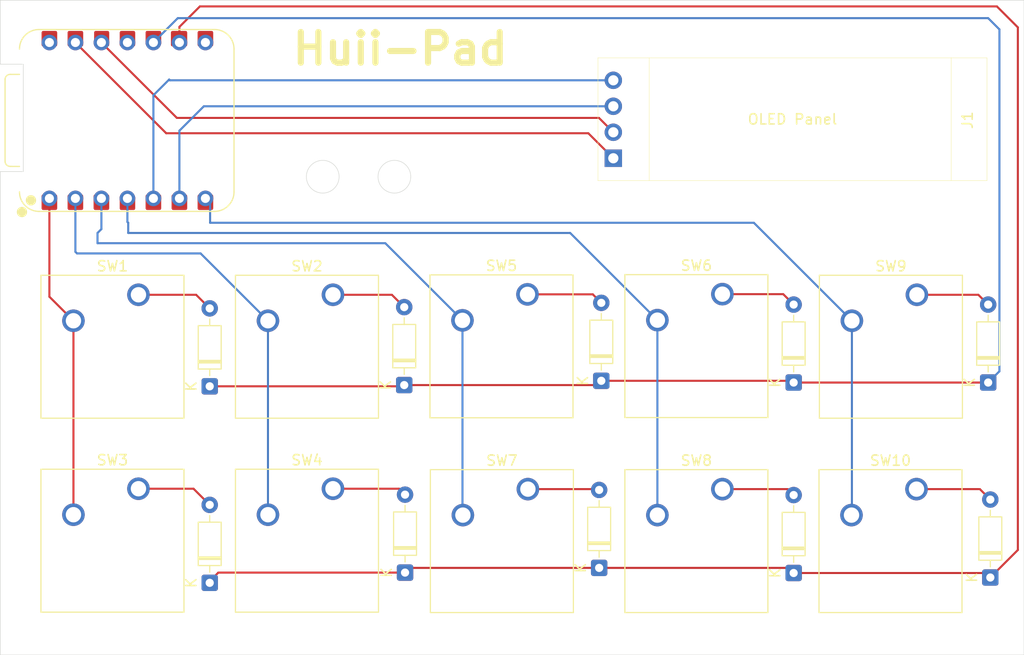
<source format=kicad_pcb>
(kicad_pcb (version 20241229) (generator "pcbnew") (generator_version "9.0")
  (layers (0 "F.Cu" signal) (2 "B.Cu" signal) (13 "F.Paste" user) (15 "B.Paste" user) (5 "F.SilkS" user "F.Silkscreen") (7 "B.SilkS" user "B.Silkscreen") (1 "F.Mask" user) (3 "B.Mask" user) (25 "Edge.Cuts" user))
  (net 0 "")
  (net 1 "GND")
  (net 2 "Net-(D2-A)")
  (net 3 "ROW1")
  (net 4 "Net-(D3-A)")
  (net 5 "Net-(D4-A)")
  (net 6 "ROW2")
  (net 7 "Net-(D5-A)")
  (net 8 "Net-(D6-A)")
  (net 9 "Net-(D7-A)")
  (net 10 "Net-(D8-A)")
  (net 11 "Net-(D9-A)")
  (net 12 "Net-(D10-A)")
  (net 13 "Net-(D11-A)")
  (net 14 "+3V3")
  (net 15 "SDA")
  (net 16 "SCl")
  (net 17 "COL1")
  (net 18 "COL2")
  (net 19 "COL3")
  (net 20 "COL4")
  (net 21 "COL5")
  (net 23 "5V")
  (net 24 "LED")
  (footprint "Button_Switch_Keyboard:SW_Cherry_MX_1.00u_PCB" (layer "F.Cu") (at 100 57)
    (property "Reference" "SW5" (at -2.54 -2.794 0) (layer "F.SilkS"))
    (property "Value" "SW_Push")
    (fp_line (start -9.525 -1.905) (end 4.445 -1.905) (stroke (width 0.12)) (layer "F.SilkS"))
    (fp_line (start -9.525 12.065) (end -9.525 -1.905) (stroke (width 0.12)) (layer "F.SilkS"))
    (fp_line (start 4.445 -1.905) (end 4.445 12.065) (stroke (width 0.12)) (layer "F.SilkS"))
    (fp_line (start 4.445 12.065) (end -9.525 12.065) (stroke (width 0.12)) (layer "F.SilkS"))
    (pad "" np_thru_hole circle (at -7.62 5.08) (size 1.7 1.7) (drill 1.7) (layers "*.Cu" "*.Mask"))
    (pad "" np_thru_hole circle (at -2.54 5.08) (size 4 4) (drill 4) (layers "*.Cu" "*.Mask"))
    (pad "" np_thru_hole circle (at 2.54 5.08) (size 1.7 1.7) (drill 1.7) (layers "*.Cu" "*.Mask"))
    (pad "1" thru_hole circle (at 0 0) (size 2.2 2.2) (drill 1.5) (layers "*.Cu" "*.Mask") (net 8 "Net-(D6-A)"))
    (pad "2" thru_hole circle (at -6.35 2.54) (size 2.2 2.2) (drill 1.5) (layers "*.Cu" "*.Mask") (net 19 "COL3"))
  )
  (footprint "opl:XIAO-RP2040-DIP" (layer "F.Cu") (at 60.92 40 90)
    (property "Reference" "U1" (hide yes))
    (property "Value" "XIAO-RP2040-DIP")
    (fp_line (start -3.991272 -11.951) (end 4.004 -11.951) (stroke (width 0.127)) (layer "F.SilkS"))
    (fp_line (start 4.504 -11.451) (end 4.504 -10.541) (stroke (width 0.127)) (layer "F.SilkS"))
    (fp_line (start -4.495 -10.541) (end -4.491272 -11.451272) (stroke (width 0.127)) (layer "F.SilkS"))
    (fp_line (start 8.89 8.509) (end 8.89 -8.636) (stroke (width 0.127)) (layer "F.SilkS"))
    (fp_line (start -8.89 8.509) (end -8.89 -8.636) (stroke (width 0.127)) (layer "F.SilkS"))
    (fp_line (start -6.985 10.414) (end 6.985 10.414) (stroke (width 0.127)) (layer "F.SilkS"))
    (fp_arc (start 4.004 -11.951) (mid 4.357553 -11.804553) (end 4.504 -11.451) (stroke (width 0.127)) (layer "F.SilkS"))
    (fp_arc (start -4.491272 -11.451272) (mid -4.344728 -11.80464) (end -3.991272 -11.951) (stroke (width 0.127)) (layer "F.SilkS"))
    (fp_arc (start 6.985 -10.541) (mid 8.332038 -9.983038) (end 8.89 -8.636) (stroke (width 0.127)) (layer "F.SilkS"))
    (fp_arc (start -8.89 -8.636) (mid -8.332038 -9.983038) (end -6.985 -10.541) (stroke (width 0.127)) (layer "F.SilkS"))
    (fp_arc (start 8.89 8.509) (mid 8.332038 9.856038) (end 6.985 10.414) (stroke (width 0.127)) (layer "F.SilkS"))
    (fp_arc (start -6.985 10.414) (mid -8.332038 9.856038) (end -8.89 8.509) (stroke (width 0.127)) (layer "F.SilkS"))
    (fp_circle (center -8.95 -10.3) (end -8.95 -10.554) (stroke (width 0.5)) (fill yes) (layer "F.SilkS"))
    (fp_circle (center -7.807 -9.42) (end -7.807 -9.674) (stroke (width 0.5)) (fill yes) (layer "F.SilkS"))
    (pad "1" smd roundrect (at -7.9945 -7.62 270) (size 1.511 1.524) (layers "F.Cu" "F.Mask") (roundrect_rratio 0.1) (net 17 "COL1"))
    (pad "1" thru_hole circle (at -7.62 -7.62 270) (size 1.524 1.524) (drill 0.889) (layers "*.Cu" "*.Mask") (net 17 "COL1"))
    (pad "2" smd roundrect (at -7.9945 -5.08 270) (size 1.511 1.524) (layers "F.Cu" "F.Mask") (roundrect_rratio 0.1) (net 18 "COL2"))
    (pad "2" thru_hole circle (at -7.62 -5.08 270) (size 1.524 1.524) (drill 0.889) (layers "*.Cu" "*.Mask") (net 18 "COL2"))
    (pad "3" smd roundrect (at -7.9945 -2.54 270) (size 1.511 1.524) (layers "F.Cu" "F.Mask") (roundrect_rratio 0.1) (net 19 "COL3"))
    (pad "3" thru_hole circle (at -7.62 -2.54 270) (size 1.524 1.524) (drill 0.889) (layers "*.Cu" "*.Mask") (net 19 "COL3"))
    (pad "4" smd roundrect (at -8.05975 0.006 270) (size 1.3805 1.512) (layers "F.Cu" "F.Mask") (roundrect_rratio 0.1) (net 20 "COL4"))
    (pad "4" thru_hole circle (at -7.62 0 270) (size 1.524 1.524) (drill 0.889) (layers "*.Cu" "*.Mask") (net 20 "COL4"))
    (pad "5" smd roundrect (at -7.9945 2.54 270) (size 1.511 1.524) (layers "F.Cu" "F.Mask") (roundrect_rratio 0.1) (net 15 "SDA"))
    (pad "5" thru_hole circle (at -7.62 2.54 270) (size 1.524 1.524) (drill 0.889) (layers "*.Cu" "*.Mask") (net 15 "SDA"))
    (pad "6" smd roundrect (at -7.9945 5.08 270) (size 1.511 1.524) (layers "F.Cu" "F.Mask") (roundrect_rratio 0.1) (net 16 "SCl"))
    (pad "6" thru_hole circle (at -7.62 5.08 270) (size 1.524 1.524) (drill 0.889) (layers "*.Cu" "*.Mask") (net 16 "SCl"))
    (pad "7" smd roundrect (at -7.9945 7.62 270) (size 1.511 1.524) (layers "F.Cu" "F.Mask") (roundrect_rratio 0.1) (net 21 "COL5"))
    (pad "7" thru_hole circle (at -7.62 7.62 270) (size 1.524 1.524) (drill 0.889) (layers "*.Cu" "*.Mask") (net 21 "COL5"))
    (pad "8" thru_hole circle (at 7.62 7.62 90) (size 1.524 1.524) (drill 0.889) (layers "*.Cu" "*.Mask"))
    (pad "8" smd roundrect (at 7.9945 7.62 90) (size 1.511 1.524) (layers "F.Cu" "F.Mask") (roundrect_rratio 0.1))
    (pad "9" thru_hole circle (at 7.62 5.08 90) (size 1.524 1.524) (drill 0.889) (layers "*.Cu" "*.Mask") (net 6 "ROW2"))
    (pad "9" smd roundrect (at 7.9945 5.046 90) (size 1.511 1.592) (layers "F.Cu" "F.Mask") (roundrect_rratio 0.1) (net 6 "ROW2"))
    (pad "10" thru_hole circle (at 7.62 2.54 90) (size 1.524 1.524) (drill 0.889) (layers "*.Cu" "*.Mask") (net 3 "ROW1"))
    (pad "10" smd roundrect (at 8.05975 2.54 90) (size 1.3805 1.524) (layers "F.Cu" "F.Mask") (roundrect_rratio 0.1) (net 3 "ROW1"))
    (pad "11" thru_hole circle (at 7.62 0 90) (size 1.524 1.524) (drill 0.889) (layers "*.Cu" "*.Mask") (net 24 "LED"))
    (pad "11" smd roundrect (at 7.9945 0.006 90) (size 1.511 1.512) (layers "F.Cu" "F.Mask") (roundrect_rratio 0.1) (net 24 "LED"))
    (pad "12" thru_hole circle (at 7.62 -2.54 90) (size 1.524 1.524) (drill 0.889) (layers "*.Cu" "*.Mask") (net 14 "+3V3"))
    (pad "12" smd roundrect (at 7.9945 -2.514 90) (size 1.511 1.472) (layers "F.Cu" "F.Mask") (roundrect_rratio 0.1) (net 14 "+3V3"))
    (pad "13" thru_hole circle (at 7.62 -5.08 90) (size 1.524 1.524) (drill 0.889) (layers "*.Cu" "*.Mask") (net 1 "GND"))
    (pad "13" smd roundrect (at 7.9945 -5.08 90) (size 1.511 1.524) (layers "F.Cu" "F.Mask") (roundrect_rratio 0.1) (net 1 "GND"))
    (pad "14" thru_hole circle (at 7.62 -7.62 90) (size 1.524 1.524) (drill 0.889) (layers "*.Cu" "*.Mask") (net 23 "5V"))
    (pad "14" smd roundrect (at 7.9945 -7.62 90) (size 1.511 1.524) (layers "F.Cu" "F.Mask") (roundrect_rratio 0.1) (net 23 "5V"))
  )
  (footprint "Diode_THT:D_DO-35_SOD27_P7.62mm_Horizontal" (layer "F.Cu") (at 145.21 84.68 90)
    (property "Reference" "D11" (hide yes))
    (property "Value" "1N4148")
    (fp_line (start 2.53 -1.12) (end 2.53 1.12) (stroke (width 0.12)) (layer "F.SilkS"))
    (fp_line (start 2.41 -1.12) (end 2.41 1.12) (stroke (width 0.12)) (layer "F.SilkS"))
    (fp_line (start 2.29 -1.12) (end 2.29 1.12) (stroke (width 0.12)) (layer "F.SilkS"))
    (fp_line (start 6.58 0) (end 5.93 0) (stroke (width 0.12)) (layer "F.SilkS"))
    (fp_line (start 1.04 0) (end 1.69 0) (stroke (width 0.12)) (layer "F.SilkS"))
    (fp_rect (start 1.69 -1.12) (end 5.93 1.12) (stroke (width 0.12)) (fill no) (layer "F.SilkS"))
    (fp_text user "K" (at 0 -1.8 90) (layer "F.SilkS"))
    (pad "1" thru_hole roundrect (at 0 0 90) (size 1.6 1.6) (drill 0.8) (layers "*.Cu" "*.Mask") (roundrect_rratio 0.15625) (net 6 "ROW2"))
    (pad "2" thru_hole circle (at 7.62 0 90) (size 1.6 1.6) (drill 0.8) (layers "*.Cu" "*.Mask") (net 13 "Net-(D11-A)"))
  )
  (footprint "Diode_THT:D_DO-35_SOD27_P7.62mm_Horizontal" (layer "F.Cu") (at 68.96 65.99 90)
    (property "Reference" "D2" (hide yes))
    (property "Value" "1N4148")
    (fp_line (start 2.53 -1.12) (end 2.53 1.12) (stroke (width 0.12)) (layer "F.SilkS"))
    (fp_line (start 2.41 -1.12) (end 2.41 1.12) (stroke (width 0.12)) (layer "F.SilkS"))
    (fp_line (start 2.29 -1.12) (end 2.29 1.12) (stroke (width 0.12)) (layer "F.SilkS"))
    (fp_line (start 6.58 0) (end 5.93 0) (stroke (width 0.12)) (layer "F.SilkS"))
    (fp_line (start 1.04 0) (end 1.69 0) (stroke (width 0.12)) (layer "F.SilkS"))
    (fp_rect (start 1.69 -1.12) (end 5.93 1.12) (stroke (width 0.12)) (fill no) (layer "F.SilkS"))
    (fp_text user "K" (at 0 -1.8 90) (layer "F.SilkS"))
    (pad "1" thru_hole roundrect (at 0 0 90) (size 1.6 1.6) (drill 0.8) (layers "*.Cu" "*.Mask") (roundrect_rratio 0.15625) (net 3 "ROW1"))
    (pad "2" thru_hole circle (at 7.62 0 90) (size 1.6 1.6) (drill 0.8) (layers "*.Cu" "*.Mask") (net 2 "Net-(D2-A)"))
  )
  (footprint "Button_Switch_Keyboard:SW_Cherry_MX_1.00u_PCB" (layer "F.Cu") (at 62 57.04)
    (property "Reference" "SW1" (at -2.54 -2.794 0) (layer "F.SilkS"))
    (property "Value" "SW_Push")
    (fp_line (start -9.525 -1.905) (end 4.445 -1.905) (stroke (width 0.12)) (layer "F.SilkS"))
    (fp_line (start -9.525 12.065) (end -9.525 -1.905) (stroke (width 0.12)) (layer "F.SilkS"))
    (fp_line (start 4.445 -1.905) (end 4.445 12.065) (stroke (width 0.12)) (layer "F.SilkS"))
    (fp_line (start 4.445 12.065) (end -9.525 12.065) (stroke (width 0.12)) (layer "F.SilkS"))
    (pad "" np_thru_hole circle (at -7.62 5.08) (size 1.7 1.7) (drill 1.7) (layers "*.Cu" "*.Mask"))
    (pad "" np_thru_hole circle (at -2.54 5.08) (size 4 4) (drill 4) (layers "*.Cu" "*.Mask"))
    (pad "" np_thru_hole circle (at 2.54 5.08) (size 1.7 1.7) (drill 1.7) (layers "*.Cu" "*.Mask"))
    (pad "1" thru_hole circle (at 0 0) (size 2.2 2.2) (drill 1.5) (layers "*.Cu" "*.Mask") (net 2 "Net-(D2-A)"))
    (pad "2" thru_hole circle (at -6.35 2.54) (size 2.2 2.2) (drill 1.5) (layers "*.Cu" "*.Mask") (net 17 "COL1"))
  )
  (footprint "oled_ssd1306:SSD1306-0.91-OLED-4pin-128x32" (layer "F.Cu") (at 144.885 45.885 180)
    (property "Reference" "J1" (at 1.9 5.91 90) (layer "F.SilkS"))
    (property "Value" "Conn_01x04_Pin")
    (fp_line (start 38 12) (end 38 0) (stroke (width 0.04)) (layer "F.SilkS"))
    (fp_line (start 38 0) (end 0 0) (stroke (width 0.04)) (layer "F.SilkS"))
    (fp_line (start 33 0) (end 33 12) (stroke (width 0.04)) (layer "F.SilkS"))
    (fp_line (start 3.5 0) (end 3.5 12) (stroke (width 0.04)) (layer "F.SilkS"))
    (fp_line (start 0 12) (end 38 12) (stroke (width 0.04)) (layer "F.SilkS"))
    (fp_line (start 0 0) (end 0 12) (stroke (width 0.04)) (layer "F.SilkS"))
    (fp_text user "OLED Panel" (at 19 6 0) (layer "F.SilkS"))
    (pad "1" thru_hole rect (at 36.5 2.19 180) (size 1.7 1.7) (drill 1) (layers "*.Cu" "*.Mask") (net 1 "GND"))
    (pad "2" thru_hole oval (at 36.5 4.73 180) (size 1.7 1.7) (drill 1) (layers "*.Cu" "*.Mask") (net 14 "+3V3"))
    (pad "3" thru_hole oval (at 36.5 7.27 180) (size 1.7 1.7) (drill 1) (layers "*.Cu" "*.Mask") (net 16 "SCl"))
    (pad "4" thru_hole oval (at 36.5 9.81 180) (size 1.7 1.7) (drill 1) (layers "*.Cu" "*.Mask") (net 15 "SDA"))
  )
  (footprint "Button_Switch_Keyboard:SW_Cherry_MX_1.00u_PCB" (layer "F.Cu") (at 100.04 76.04)
    (property "Reference" "SW7" (at -2.54 -2.794 0) (layer "F.SilkS"))
    (property "Value" "SW_Push")
    (fp_line (start -9.525 -1.905) (end 4.445 -1.905) (stroke (width 0.12)) (layer "F.SilkS"))
    (fp_line (start -9.525 12.065) (end -9.525 -1.905) (stroke (width 0.12)) (layer "F.SilkS"))
    (fp_line (start 4.445 -1.905) (end 4.445 12.065) (stroke (width 0.12)) (layer "F.SilkS"))
    (fp_line (start 4.445 12.065) (end -9.525 12.065) (stroke (width 0.12)) (layer "F.SilkS"))
    (pad "" np_thru_hole circle (at -7.62 5.08) (size 1.7 1.7) (drill 1.7) (layers "*.Cu" "*.Mask"))
    (pad "" np_thru_hole circle (at -2.54 5.08) (size 4 4) (drill 4) (layers "*.Cu" "*.Mask"))
    (pad "" np_thru_hole circle (at 2.54 5.08) (size 1.7 1.7) (drill 1.7) (layers "*.Cu" "*.Mask"))
    (pad "1" thru_hole circle (at 0 0) (size 2.2 2.2) (drill 1.5) (layers "*.Cu" "*.Mask") (net 10 "Net-(D8-A)"))
    (pad "2" thru_hole circle (at -6.35 2.54) (size 2.2 2.2) (drill 1.5) (layers "*.Cu" "*.Mask") (net 19 "COL3"))
  )
  (footprint "Diode_THT:D_DO-35_SOD27_P7.62mm_Horizontal" (layer "F.Cu") (at 126 65.62 90)
    (property "Reference" "D7" (hide yes))
    (property "Value" "1N4148")
    (fp_line (start 2.53 -1.12) (end 2.53 1.12) (stroke (width 0.12)) (layer "F.SilkS"))
    (fp_line (start 2.41 -1.12) (end 2.41 1.12) (stroke (width 0.12)) (layer "F.SilkS"))
    (fp_line (start 2.29 -1.12) (end 2.29 1.12) (stroke (width 0.12)) (layer "F.SilkS"))
    (fp_line (start 6.58 0) (end 5.93 0) (stroke (width 0.12)) (layer "F.SilkS"))
    (fp_line (start 1.04 0) (end 1.69 0) (stroke (width 0.12)) (layer "F.SilkS"))
    (fp_rect (start 1.69 -1.12) (end 5.93 1.12) (stroke (width 0.12)) (fill no) (layer "F.SilkS"))
    (fp_text user "K" (at 0 -1.8 90) (layer "F.SilkS"))
    (pad "1" thru_hole roundrect (at 0 0 90) (size 1.6 1.6) (drill 0.8) (layers "*.Cu" "*.Mask") (roundrect_rratio 0.15625) (net 3 "ROW1"))
    (pad "2" thru_hole circle (at 7.62 0 90) (size 1.6 1.6) (drill 0.8) (layers "*.Cu" "*.Mask") (net 9 "Net-(D7-A)"))
  )
  (footprint "Diode_THT:D_DO-35_SOD27_P7.62mm_Horizontal" (layer "F.Cu") (at 126 84.24 90)
    (property "Reference" "D9" (hide yes))
    (property "Value" "1N4148")
    (fp_line (start 2.53 -1.12) (end 2.53 1.12) (stroke (width 0.12)) (layer "F.SilkS"))
    (fp_line (start 2.41 -1.12) (end 2.41 1.12) (stroke (width 0.12)) (layer "F.SilkS"))
    (fp_line (start 2.29 -1.12) (end 2.29 1.12) (stroke (width 0.12)) (layer "F.SilkS"))
    (fp_line (start 6.58 0) (end 5.93 0) (stroke (width 0.12)) (layer "F.SilkS"))
    (fp_line (start 1.04 0) (end 1.69 0) (stroke (width 0.12)) (layer "F.SilkS"))
    (fp_rect (start 1.69 -1.12) (end 5.93 1.12) (stroke (width 0.12)) (fill no) (layer "F.SilkS"))
    (fp_text user "K" (at 0 -1.8 90) (layer "F.SilkS"))
    (pad "1" thru_hole roundrect (at 0 0 90) (size 1.6 1.6) (drill 0.8) (layers "*.Cu" "*.Mask") (roundrect_rratio 0.15625) (net 6 "ROW2"))
    (pad "2" thru_hole circle (at 7.62 0 90) (size 1.6 1.6) (drill 0.8) (layers "*.Cu" "*.Mask") (net 11 "Net-(D9-A)"))
  )
  (footprint "Button_Switch_Keyboard:SW_Cherry_MX_1.00u_PCB" (layer "F.Cu") (at 81 57.04)
    (property "Reference" "SW2" (at -2.54 -2.794 0) (layer "F.SilkS"))
    (property "Value" "SW_Push")
    (fp_line (start -9.525 -1.905) (end 4.445 -1.905) (stroke (width 0.12)) (layer "F.SilkS"))
    (fp_line (start -9.525 12.065) (end -9.525 -1.905) (stroke (width 0.12)) (layer "F.SilkS"))
    (fp_line (start 4.445 -1.905) (end 4.445 12.065) (stroke (width 0.12)) (layer "F.SilkS"))
    (fp_line (start 4.445 12.065) (end -9.525 12.065) (stroke (width 0.12)) (layer "F.SilkS"))
    (pad "" np_thru_hole circle (at -7.62 5.08) (size 1.7 1.7) (drill 1.7) (layers "*.Cu" "*.Mask"))
    (pad "" np_thru_hole circle (at -2.54 5.08) (size 4 4) (drill 4) (layers "*.Cu" "*.Mask"))
    (pad "" np_thru_hole circle (at 2.54 5.08) (size 1.7 1.7) (drill 1.7) (layers "*.Cu" "*.Mask"))
    (pad "1" thru_hole circle (at 0 0) (size 2.2 2.2) (drill 1.5) (layers "*.Cu" "*.Mask") (net 4 "Net-(D3-A)"))
    (pad "2" thru_hole circle (at -6.35 2.54) (size 2.2 2.2) (drill 1.5) (layers "*.Cu" "*.Mask") (net 18 "COL2"))
  )
  (footprint "Button_Switch_Keyboard:SW_Cherry_MX_1.00u_PCB" (layer "F.Cu") (at 138.04 57.04)
    (property "Reference" "SW9" (at -2.54 -2.794 0) (layer "F.SilkS"))
    (property "Value" "SW_Push")
    (fp_line (start -9.525 -1.905) (end 4.445 -1.905) (stroke (width 0.12)) (layer "F.SilkS"))
    (fp_line (start -9.525 12.065) (end -9.525 -1.905) (stroke (width 0.12)) (layer "F.SilkS"))
    (fp_line (start 4.445 -1.905) (end 4.445 12.065) (stroke (width 0.12)) (layer "F.SilkS"))
    (fp_line (start 4.445 12.065) (end -9.525 12.065) (stroke (width 0.12)) (layer "F.SilkS"))
    (pad "" np_thru_hole circle (at -7.62 5.08) (size 1.7 1.7) (drill 1.7) (layers "*.Cu" "*.Mask"))
    (pad "" np_thru_hole circle (at -2.54 5.08) (size 4 4) (drill 4) (layers "*.Cu" "*.Mask"))
    (pad "" np_thru_hole circle (at 2.54 5.08) (size 1.7 1.7) (drill 1.7) (layers "*.Cu" "*.Mask"))
    (pad "1" thru_hole circle (at 0 0) (size 2.2 2.2) (drill 1.5) (layers "*.Cu" "*.Mask") (net 12 "Net-(D10-A)"))
    (pad "2" thru_hole circle (at -6.35 2.54) (size 2.2 2.2) (drill 1.5) (layers "*.Cu" "*.Mask") (net 21 "COL5"))
  )
  (footprint "Button_Switch_Keyboard:SW_Cherry_MX_1.00u_PCB" (layer "F.Cu") (at 81 76)
    (property "Reference" "SW4" (at -2.54 -2.794 0) (layer "F.SilkS"))
    (property "Value" "SW_Push")
    (fp_line (start -9.525 -1.905) (end 4.445 -1.905) (stroke (width 0.12)) (layer "F.SilkS"))
    (fp_line (start -9.525 12.065) (end -9.525 -1.905) (stroke (width 0.12)) (layer "F.SilkS"))
    (fp_line (start 4.445 -1.905) (end 4.445 12.065) (stroke (width 0.12)) (layer "F.SilkS"))
    (fp_line (start 4.445 12.065) (end -9.525 12.065) (stroke (width 0.12)) (layer "F.SilkS"))
    (pad "" np_thru_hole circle (at -7.62 5.08) (size 1.7 1.7) (drill 1.7) (layers "*.Cu" "*.Mask"))
    (pad "" np_thru_hole circle (at -2.54 5.08) (size 4 4) (drill 4) (layers "*.Cu" "*.Mask"))
    (pad "" np_thru_hole circle (at 2.54 5.08) (size 1.7 1.7) (drill 1.7) (layers "*.Cu" "*.Mask"))
    (pad "1" thru_hole circle (at 0 0) (size 2.2 2.2) (drill 1.5) (layers "*.Cu" "*.Mask") (net 7 "Net-(D5-A)"))
    (pad "2" thru_hole circle (at -6.35 2.54) (size 2.2 2.2) (drill 1.5) (layers "*.Cu" "*.Mask") (net 18 "COL2"))
  )
  (footprint "Button_Switch_Keyboard:SW_Cherry_MX_1.00u_PCB" (layer "F.Cu") (at 119.04 56.98)
    (property "Reference" "SW6" (at -2.54 -2.794 0) (layer "F.SilkS"))
    (property "Value" "SW_Push")
    (fp_line (start -9.525 -1.905) (end 4.445 -1.905) (stroke (width 0.12)) (layer "F.SilkS"))
    (fp_line (start -9.525 12.065) (end -9.525 -1.905) (stroke (width 0.12)) (layer "F.SilkS"))
    (fp_line (start 4.445 -1.905) (end 4.445 12.065) (stroke (width 0.12)) (layer "F.SilkS"))
    (fp_line (start 4.445 12.065) (end -9.525 12.065) (stroke (width 0.12)) (layer "F.SilkS"))
    (pad "" np_thru_hole circle (at -7.62 5.08) (size 1.7 1.7) (drill 1.7) (layers "*.Cu" "*.Mask"))
    (pad "" np_thru_hole circle (at -2.54 5.08) (size 4 4) (drill 4) (layers "*.Cu" "*.Mask"))
    (pad "" np_thru_hole circle (at 2.54 5.08) (size 1.7 1.7) (drill 1.7) (layers "*.Cu" "*.Mask"))
    (pad "1" thru_hole circle (at 0 0) (size 2.2 2.2) (drill 1.5) (layers "*.Cu" "*.Mask") (net 9 "Net-(D7-A)"))
    (pad "2" thru_hole circle (at -6.35 2.54) (size 2.2 2.2) (drill 1.5) (layers "*.Cu" "*.Mask") (net 20 "COL4"))
  )
  (footprint "Button_Switch_Keyboard:SW_Cherry_MX_1.00u_PCB" (layer "F.Cu") (at 62 76)
    (property "Reference" "SW3" (at -2.54 -2.794 0) (layer "F.SilkS"))
    (property "Value" "SW_Push")
    (fp_line (start -9.525 -1.905) (end 4.445 -1.905) (stroke (width 0.12)) (layer "F.SilkS"))
    (fp_line (start -9.525 12.065) (end -9.525 -1.905) (stroke (width 0.12)) (layer "F.SilkS"))
    (fp_line (start 4.445 -1.905) (end 4.445 12.065) (stroke (width 0.12)) (layer "F.SilkS"))
    (fp_line (start 4.445 12.065) (end -9.525 12.065) (stroke (width 0.12)) (layer "F.SilkS"))
    (pad "" np_thru_hole circle (at -7.62 5.08) (size 1.7 1.7) (drill 1.7) (layers "*.Cu" "*.Mask"))
    (pad "" np_thru_hole circle (at -2.54 5.08) (size 4 4) (drill 4) (layers "*.Cu" "*.Mask"))
    (pad "" np_thru_hole circle (at 2.54 5.08) (size 1.7 1.7) (drill 1.7) (layers "*.Cu" "*.Mask"))
    (pad "1" thru_hole circle (at 0 0) (size 2.2 2.2) (drill 1.5) (layers "*.Cu" "*.Mask") (net 5 "Net-(D4-A)"))
    (pad "2" thru_hole circle (at -6.35 2.54) (size 2.2 2.2) (drill 1.5) (layers "*.Cu" "*.Mask") (net 17 "COL1"))
  )
  (footprint "Button_Switch_Keyboard:SW_Cherry_MX_1.00u_PCB" (layer "F.Cu") (at 119.04 76.04)
    (property "Reference" "SW8" (at -2.54 -2.794 0) (layer "F.SilkS"))
    (property "Value" "SW_Push")
    (fp_line (start -9.525 -1.905) (end 4.445 -1.905) (stroke (width 0.12)) (layer "F.SilkS"))
    (fp_line (start -9.525 12.065) (end -9.525 -1.905) (stroke (width 0.12)) (layer "F.SilkS"))
    (fp_line (start 4.445 -1.905) (end 4.445 12.065) (stroke (width 0.12)) (layer "F.SilkS"))
    (fp_line (start 4.445 12.065) (end -9.525 12.065) (stroke (width 0.12)) (layer "F.SilkS"))
    (pad "" np_thru_hole circle (at -7.62 5.08) (size 1.7 1.7) (drill 1.7) (layers "*.Cu" "*.Mask"))
    (pad "" np_thru_hole circle (at -2.54 5.08) (size 4 4) (drill 4) (layers "*.Cu" "*.Mask"))
    (pad "" np_thru_hole circle (at 2.54 5.08) (size 1.7 1.7) (drill 1.7) (layers "*.Cu" "*.Mask"))
    (pad "1" thru_hole circle (at 0 0) (size 2.2 2.2) (drill 1.5) (layers "*.Cu" "*.Mask") (net 11 "Net-(D9-A)"))
    (pad "2" thru_hole circle (at -6.35 2.54) (size 2.2 2.2) (drill 1.5) (layers "*.Cu" "*.Mask") (net 20 "COL4"))
  )
  (footprint "Diode_THT:D_DO-35_SOD27_P7.62mm_Horizontal" (layer "F.Cu") (at 107 83.74 90)
    (property "Reference" "D8" (hide yes))
    (property "Value" "1N4148")
    (fp_line (start 2.53 -1.12) (end 2.53 1.12) (stroke (width 0.12)) (layer "F.SilkS"))
    (fp_line (start 2.41 -1.12) (end 2.41 1.12) (stroke (width 0.12)) (layer "F.SilkS"))
    (fp_line (start 2.29 -1.12) (end 2.29 1.12) (stroke (width 0.12)) (layer "F.SilkS"))
    (fp_line (start 6.58 0) (end 5.93 0) (stroke (width 0.12)) (layer "F.SilkS"))
    (fp_line (start 1.04 0) (end 1.69 0) (stroke (width 0.12)) (layer "F.SilkS"))
    (fp_rect (start 1.69 -1.12) (end 5.93 1.12) (stroke (width 0.12)) (fill no) (layer "F.SilkS"))
    (fp_text user "K" (at 0 -1.8 90) (layer "F.SilkS"))
    (pad "1" thru_hole roundrect (at 0 0 90) (size 1.6 1.6) (drill 0.8) (layers "*.Cu" "*.Mask") (roundrect_rratio 0.15625) (net 6 "ROW2"))
    (pad "2" thru_hole circle (at 7.62 0 90) (size 1.6 1.6) (drill 0.8) (layers "*.Cu" "*.Mask") (net 10 "Net-(D8-A)"))
  )
  (footprint "Button_Switch_Keyboard:SW_Cherry_MX_1.00u_PCB" (layer "F.Cu") (at 138 76.04)
    (property "Reference" "SW10" (at -2.54 -2.794 0) (layer "F.SilkS"))
    (property "Value" "SW_Push")
    (fp_line (start -9.525 -1.905) (end 4.445 -1.905) (stroke (width 0.12)) (layer "F.SilkS"))
    (fp_line (start -9.525 12.065) (end -9.525 -1.905) (stroke (width 0.12)) (layer "F.SilkS"))
    (fp_line (start 4.445 -1.905) (end 4.445 12.065) (stroke (width 0.12)) (layer "F.SilkS"))
    (fp_line (start 4.445 12.065) (end -9.525 12.065) (stroke (width 0.12)) (layer "F.SilkS"))
    (pad "" np_thru_hole circle (at -7.62 5.08) (size 1.7 1.7) (drill 1.7) (layers "*.Cu" "*.Mask"))
    (pad "" np_thru_hole circle (at -2.54 5.08) (size 4 4) (drill 4) (layers "*.Cu" "*.Mask"))
    (pad "" np_thru_hole circle (at 2.54 5.08) (size 1.7 1.7) (drill 1.7) (layers "*.Cu" "*.Mask"))
    (pad "1" thru_hole circle (at 0 0) (size 2.2 2.2) (drill 1.5) (layers "*.Cu" "*.Mask") (net 13 "Net-(D11-A)"))
    (pad "2" thru_hole circle (at -6.35 2.54) (size 2.2 2.2) (drill 1.5) (layers "*.Cu" "*.Mask") (net 21 "COL5"))
  )
  (footprint "Diode_THT:D_DO-35_SOD27_P7.62mm_Horizontal" (layer "F.Cu") (at 88.04 84.2 90)
    (property "Reference" "D5" (hide yes))
    (property "Value" "1N4148")
    (fp_line (start 2.53 -1.12) (end 2.53 1.12) (stroke (width 0.12)) (layer "F.SilkS"))
    (fp_line (start 2.41 -1.12) (end 2.41 1.12) (stroke (width 0.12)) (layer "F.SilkS"))
    (fp_line (start 2.29 -1.12) (end 2.29 1.12) (stroke (width 0.12)) (layer "F.SilkS"))
    (fp_line (start 6.58 0) (end 5.93 0) (stroke (width 0.12)) (layer "F.SilkS"))
    (fp_line (start 1.04 0) (end 1.69 0) (stroke (width 0.12)) (layer "F.SilkS"))
    (fp_rect (start 1.69 -1.12) (end 5.93 1.12) (stroke (width 0.12)) (fill no) (layer "F.SilkS"))
    (fp_text user "K" (at 0 -1.8 90) (layer "F.SilkS"))
    (pad "1" thru_hole roundrect (at 0 0 90) (size 1.6 1.6) (drill 0.8) (layers "*.Cu" "*.Mask") (roundrect_rratio 0.15625) (net 6 "ROW2"))
    (pad "2" thru_hole circle (at 7.62 0 90) (size 1.6 1.6) (drill 0.8) (layers "*.Cu" "*.Mask") (net 7 "Net-(D5-A)"))
  )
  (footprint "Diode_THT:D_DO-35_SOD27_P7.62mm_Horizontal" (layer "F.Cu") (at 145 65.62 90)
    (property "Reference" "D10" (hide yes))
    (property "Value" "1N4148")
    (fp_line (start 2.53 -1.12) (end 2.53 1.12) (stroke (width 0.12)) (layer "F.SilkS"))
    (fp_line (start 2.41 -1.12) (end 2.41 1.12) (stroke (width 0.12)) (layer "F.SilkS"))
    (fp_line (start 2.29 -1.12) (end 2.29 1.12) (stroke (width 0.12)) (layer "F.SilkS"))
    (fp_line (start 6.58 0) (end 5.93 0) (stroke (width 0.12)) (layer "F.SilkS"))
    (fp_line (start 1.04 0) (end 1.69 0) (stroke (width 0.12)) (layer "F.SilkS"))
    (fp_rect (start 1.69 -1.12) (end 5.93 1.12) (stroke (width 0.12)) (fill no) (layer "F.SilkS"))
    (fp_text user "K" (at 0 -1.8 90) (layer "F.SilkS"))
    (pad "1" thru_hole roundrect (at 0 0 90) (size 1.6 1.6) (drill 0.8) (layers "*.Cu" "*.Mask") (roundrect_rratio 0.15625) (net 3 "ROW1"))
    (pad "2" thru_hole circle (at 7.62 0 90) (size 1.6 1.6) (drill 0.8) (layers "*.Cu" "*.Mask") (net 12 "Net-(D10-A)"))
  )
  (footprint "Diode_THT:D_DO-35_SOD27_P7.62mm_Horizontal" (layer "F.Cu") (at 68.96 85.2 90)
    (property "Reference" "D4" (hide yes))
    (property "Value" "1N4148")
    (fp_line (start 2.53 -1.12) (end 2.53 1.12) (stroke (width 0.12)) (layer "F.SilkS"))
    (fp_line (start 2.41 -1.12) (end 2.41 1.12) (stroke (width 0.12)) (layer "F.SilkS"))
    (fp_line (start 2.29 -1.12) (end 2.29 1.12) (stroke (width 0.12)) (layer "F.SilkS"))
    (fp_line (start 6.58 0) (end 5.93 0) (stroke (width 0.12)) (layer "F.SilkS"))
    (fp_line (start 1.04 0) (end 1.69 0) (stroke (width 0.12)) (layer "F.SilkS"))
    (fp_rect (start 1.69 -1.12) (end 5.93 1.12) (stroke (width 0.12)) (fill no) (layer "F.SilkS"))
    (fp_text user "K" (at 0 -1.8 90) (layer "F.SilkS"))
    (pad "1" thru_hole roundrect (at 0 0 90) (size 1.6 1.6) (drill 0.8) (layers "*.Cu" "*.Mask") (roundrect_rratio 0.15625) (net 6 "ROW2"))
    (pad "2" thru_hole circle (at 7.62 0 90) (size 1.6 1.6) (drill 0.8) (layers "*.Cu" "*.Mask") (net 5 "Net-(D4-A)"))
  )
  (footprint "Diode_THT:D_DO-35_SOD27_P7.62mm_Horizontal" (layer "F.Cu") (at 107.21 65.45 90)
    (property "Reference" "D6" (hide yes))
    (property "Value" "1N4148")
    (fp_line (start 2.53 -1.12) (end 2.53 1.12) (stroke (width 0.12)) (layer "F.SilkS"))
    (fp_line (start 2.41 -1.12) (end 2.41 1.12) (stroke (width 0.12)) (layer "F.SilkS"))
    (fp_line (start 2.29 -1.12) (end 2.29 1.12) (stroke (width 0.12)) (layer "F.SilkS"))
    (fp_line (start 6.58 0) (end 5.93 0) (stroke (width 0.12)) (layer "F.SilkS"))
    (fp_line (start 1.04 0) (end 1.69 0) (stroke (width 0.12)) (layer "F.SilkS"))
    (fp_rect (start 1.69 -1.12) (end 5.93 1.12) (stroke (width 0.12)) (fill no) (layer "F.SilkS"))
    (fp_text user "K" (at 0 -1.8 90) (layer "F.SilkS"))
    (pad "1" thru_hole roundrect (at 0 0 90) (size 1.6 1.6) (drill 0.8) (layers "*.Cu" "*.Mask") (roundrect_rratio 0.15625) (net 3 "ROW1"))
    (pad "2" thru_hole circle (at 7.62 0 90) (size 1.6 1.6) (drill 0.8) (layers "*.Cu" "*.Mask") (net 8 "Net-(D6-A)"))
  )
  (footprint "Diode_THT:D_DO-35_SOD27_P7.62mm_Horizontal" (layer "F.Cu") (at 87.96 65.87 90)
    (property "Reference" "D3" (hide yes))
    (property "Value" "1N4148")
    (fp_line (start 2.53 -1.12) (end 2.53 1.12) (stroke (width 0.12)) (layer "F.SilkS"))
    (fp_line (start 2.41 -1.12) (end 2.41 1.12) (stroke (width 0.12)) (layer "F.SilkS"))
    (fp_line (start 2.29 -1.12) (end 2.29 1.12) (stroke (width 0.12)) (layer "F.SilkS"))
    (fp_line (start 6.58 0) (end 5.93 0) (stroke (width 0.12)) (layer "F.SilkS"))
    (fp_line (start 1.04 0) (end 1.69 0) (stroke (width 0.12)) (layer "F.SilkS"))
    (fp_rect (start 1.69 -1.12) (end 5.93 1.12) (stroke (width 0.12)) (fill no) (layer "F.SilkS"))
    (fp_text user "K" (at 0 -1.8 90) (layer "F.SilkS"))
    (pad "1" thru_hole roundrect (at 0 0 90) (size 1.6 1.6) (drill 0.8) (layers "*.Cu" "*.Mask") (roundrect_rratio 0.15625) (net 3 "ROW1"))
    (pad "2" thru_hole circle (at 7.62 0 90) (size 1.6 1.6) (drill 0.8) (layers "*.Cu" "*.Mask") (net 4 "Net-(D3-A)"))
  )
  (gr_line (start 148.5 28.25) (end 148.5 92.25) (stroke (width 0.05)) (layer "Edge.Cuts"))
  (gr_line (start 50.75 34.5) (end 50.75 45) (stroke (width 0.05)) (layer "Edge.Cuts"))
  (gr_line (start 148.5 92.25) (end 48.5 92.25) (stroke (width 0.05)) (layer "Edge.Cuts"))
  (gr_line (start 48.5 34.5) (end 50.75 34.5) (stroke (width 0.05)) (layer "Edge.Cuts"))
  (gr_circle (center 80 45.5) (end 81.6 45.5) (stroke (width 0.05)) (fill no) (layer "Edge.Cuts"))
  (gr_circle (center 87 45.5) (end 88.6 45.5) (stroke (width 0.05)) (fill no) (layer "Edge.Cuts"))
  (gr_line (start 48.5 34.5) (end 48.5 28.25) (stroke (width 0.05)) (layer "Edge.Cuts"))
  (gr_line (start 48.5 92.25) (end 48.5 45) (stroke (width 0.05)) (layer "Edge.Cuts"))
  (gr_line (start 50.75 45) (end 48.5 45) (stroke (width 0.05)) (layer "Edge.Cuts"))
  (gr_line (start 48.5 28.25) (end 148.5 28.25) (stroke (width 0.05)) (layer "Edge.Cuts"))
  (gr_text "Huii-Pad" (at 76.75 34.75 0) (layer "F.SilkS") (effects (font (size 3 3) (thickness 0.6) (bold yes)) (justify left bottom)))
  (segment (start 108.385 43.695) (end 105.94 41.25) (width 0.2) (layer "F.Cu") (net 1))
  (segment (start 105.94 41.25) (end 64.71 41.25) (width 0.2) (layer "F.Cu") (net 1))
  (segment (start 64.71 41.25) (end 55.84 32.38) (width 0.2) (layer "F.Cu") (net 1))
  (segment (start 62 57.04) (end 67.63 57.04) (width 0.2) (layer "F.Cu") (net 2))
  (segment (start 67.63 57.04) (end 68.96 58.37) (width 0.2) (layer "F.Cu") (net 2))
  (segment (start 87.96 65.87) (end 106.79 65.87) (width 0.2) (layer "F.Cu") (net 3))
  (segment (start 107.21 65.45) (end 125.83 65.45) (width 0.2) (layer "F.Cu") (net 3))
  (segment (start 68.96 65.99) (end 87.84 65.99) (width 0.2) (layer "F.Cu") (net 3))
  (segment (start 87.84 65.99) (end 87.96 65.87) (width 0.2) (layer "F.Cu") (net 3))
  (segment (start 106.79 65.87) (end 107.21 65.45) (width 0.2) (layer "F.Cu") (net 3))
  (segment (start 125.83 65.45) (end 126 65.62) (width 0.2) (layer "F.Cu") (net 3))
  (segment (start 126 65.62) (end 145 65.62) (width 0.2) (layer "F.Cu") (net 3))
  (segment (start 146.101 31.101) (end 145 30) (width 0.2) (layer "B.Cu") (net 3))
  (segment (start 145 30) (end 65.84 30) (width 0.2) (layer "B.Cu") (net 3))
  (segment (start 145 65.62) (end 146.101 64.519) (width 0.2) (layer "B.Cu") (net 3))
  (segment (start 65.84 30) (end 63.46 32.38) (width 0.2) (layer "B.Cu") (net 3))
  (segment (start 146.101 64.519) (end 146.101 31.101) (width 0.2) (layer "B.Cu") (net 3))
  (segment (start 81 57.04) (end 86.75 57.04) (width 0.2) (layer "F.Cu") (net 4))
  (segment (start 86.75 57.04) (end 87.96 58.25) (width 0.2) (layer "F.Cu") (net 4))
  (segment (start 62 76) (end 67.38 76) (width 0.2) (layer "F.Cu") (net 5))
  (segment (start 68.96 77.96) (end 69 78) (width 0.2) (layer "F.Cu") (net 5))
  (segment (start 67.38 76) (end 68.96 77.58) (width 0.2) (layer "F.Cu") (net 5))
  (segment (start 88.66 83.74) (end 107 83.74) (width 0.2) (layer "F.Cu") (net 6))
  (segment (start 145.851 28.851) (end 68 28.851) (width 0.2) (layer "F.Cu") (net 6))
  (segment (start 147.899 30.899) (end 145.851 28.851) (width 0.2) (layer "F.Cu") (net 6))
  (segment (start 107 83.74) (end 125.5 83.74) (width 0.2) (layer "F.Cu") (net 6))
  (segment (start 144.77 84.24) (end 145.21 84.68) (width 0.2) (layer "F.Cu") (net 6))
  (segment (start 88.04 84.2) (end 88.2 84.2) (width 0.2) (layer "F.Cu") (net 6))
  (segment (start 88.2 84.2) (end 88.66 83.74) (width 0.2) (layer "F.Cu") (net 6))
  (segment (start 125.5 83.74) (end 126 84.24) (width 0.2) (layer "F.Cu") (net 6))
  (segment (start 69.8 84.2) (end 88.04 84.2) (width 0.2) (layer "F.Cu") (net 6))
  (segment (start 68.96 85.2) (end 68.96 85.04) (width 0.2) (layer "F.Cu") (net 6))
  (segment (start 68 28.851) (end 66 30.851) (width 0.2) (layer "F.Cu") (net 6))
  (segment (start 147.899 81.991) (end 147.899 30.899) (width 0.2) (layer "F.Cu") (net 6))
  (segment (start 66 30.851) (end 66 32.38) (width 0.2) (layer "F.Cu") (net 6))
  (segment (start 68.96 85.04) (end 69.8 84.2) (width 0.2) (layer "F.Cu") (net 6))
  (segment (start 145.21 84.68) (end 147.899 81.991) (width 0.2) (layer "F.Cu") (net 6))
  (segment (start 126 84.24) (end 144.77 84.24) (width 0.2) (layer "F.Cu") (net 6))
  (segment (start 87.46 76) (end 88.04 76.58) (width 0.2) (layer "F.Cu") (net 7))
  (segment (start 81 76) (end 87.46 76) (width 0.2) (layer "F.Cu") (net 7))
  (segment (start 106.38 57) (end 107.21 57.83) (width 0.2) (layer "F.Cu") (net 8))
  (segment (start 100 57) (end 106.38 57) (width 0.2) (layer "F.Cu") (net 8))
  (segment (start 124.98 56.98) (end 126 58) (width 0.2) (layer "F.Cu") (net 9))
  (segment (start 119.04 56.98) (end 124.98 56.98) (width 0.2) (layer "F.Cu") (net 9))
  (segment (start 106.92 76.04) (end 107 76.12) (width 0.2) (layer "F.Cu") (net 10))
  (segment (start 100.04 76.04) (end 106.92 76.04) (width 0.2) (layer "F.Cu") (net 10))
  (segment (start 125.42 76.04) (end 126 76.62) (width 0.2) (layer "F.Cu") (net 11))
  (segment (start 119.04 76.04) (end 125.42 76.04) (width 0.2) (layer "F.Cu") (net 11))
  (segment (start 138.04 57.04) (end 144.04 57.04) (width 0.2) (layer "F.Cu") (net 12))
  (segment (start 144.04 57.04) (end 145 58) (width 0.2) (layer "F.Cu") (net 12))
  (segment (start 144.19 76.04) (end 145.21 77.06) (width 0.2) (layer "F.Cu") (net 13))
  (segment (start 138 76.04) (end 144.19 76.04) (width 0.2) (layer "F.Cu") (net 13))
  (segment (start 106.98 39.75) (end 65.75 39.75) (width 0.2) (layer "F.Cu") (net 14))
  (segment (start 65.75 39.75) (end 58.38 32.38) (width 0.2) (layer "F.Cu") (net 14))
  (segment (start 108.385 41.155) (end 106.98 39.75) (width 0.2) (layer "F.Cu") (net 14))
  (segment (start 108.385 36.075) (end 65.075 36.075) (width 0.2) (layer "B.Cu") (net 15))
  (segment (start 63.46 37.54) (end 63.46 47.62) (width 0.2) (layer "B.Cu") (net 15))
  (segment (start 65 36) (end 63.46 37.54) (width 0.2) (layer "B.Cu") (net 15))
  (segment (start 65.075 36.075) (end 65 36) (width 0.2) (layer "B.Cu") (net 15))
  (segment (start 66 41) (end 66 47.62) (width 0.2) (layer "B.Cu") (net 16))
  (segment (start 108.385 38.615) (end 68.385 38.615) (width 0.2) (layer "B.Cu") (net 16))
  (segment (start 68.385 38.615) (end 66 41) (width 0.2) (layer "B.Cu") (net 16))
  (segment (start 55.65 59.58) (end 53.3 57.23) (width 0.2) (layer "F.Cu") (net 17))
  (segment (start 53.3 57.23) (end 53.3 48.455) (width 0.2) (layer "F.Cu") (net 17))
  (segment (start 55.65 78.54) (end 55.65 59.58) (width 0.2) (layer "F.Cu") (net 17))
  (segment (start 74.65 59.58) (end 68.07 53) (width 0.2) (layer "B.Cu") (net 18))
  (segment (start 56 53) (end 55.84 52.84) (width 0.2) (layer "B.Cu") (net 18))
  (segment (start 68.07 53) (end 56 53) (width 0.2) (layer "B.Cu") (net 18))
  (segment (start 74.65 59.58) (end 74.65 78.54) (width 0.2) (layer "B.Cu") (net 18))
  (segment (start 55.84 52.84) (end 55.84 47.62) (width 0.2) (layer "B.Cu") (net 18))
  (segment (start 93.65 59.54) (end 93.65 78.54) (width 0.2) (layer "B.Cu") (net 19))
  (segment (start 93.65 59.54) (end 86.11 52) (width 0.2) (layer "B.Cu") (net 19))
  (segment (start 58.38 50.62) (end 58.38 47.62) (width 0.2) (layer "B.Cu") (net 19))
  (segment (start 93.65 78.54) (end 93.69 78.58) (width 0.2) (layer "B.Cu") (net 19))
  (segment (start 86.11 52) (end 58 52) (width 0.2) (layer "B.Cu") (net 19))
  (segment (start 58 51) (end 58.38 50.62) (width 0.2) (layer "B.Cu") (net 19))
  (segment (start 58 52) (end 58 51) (width 0.2) (layer "B.Cu") (net 19))
  (segment (start 104.17 51) (end 61 51) (width 0.2) (layer "B.Cu") (net 20))
  (segment (start 112.69 59.52) (end 112.69 78.58) (width 0.2) (layer "B.Cu") (net 20))
  (segment (start 61 51) (end 61 50) (width 0.2) (layer "B.Cu") (net 20))
  (segment (start 112.69 59.52) (end 104.17 51) (width 0.2) (layer "B.Cu") (net 20))
  (segment (start 60.92 49.92) (end 60.92 47.62) (width 0.2) (layer "B.Cu") (net 20))
  (segment (start 61 50) (end 60.92 49.92) (width 0.2) (layer "B.Cu") (net 20))
  (segment (start 122.11 50) (end 69 50) (width 0.2) (layer "B.Cu") (net 21))
  (segment (start 69 48.08) (end 68.54 47.62) (width 0.2) (layer "B.Cu") (net 21))
  (segment (start 131.69 59.58) (end 122.11 50) (width 0.2) (layer "B.Cu") (net 21))
  (segment (start 131.69 59.58) (end 131.69 78.54) (width 0.2) (layer "B.Cu") (net 21))
  (segment (start 131.69 78.54) (end 131.65 78.58) (width 0.2) (layer "B.Cu") (net 21))
  (segment (start 69 50) (end 69 48.08) (width 0.2) (layer "B.Cu") (net 21))
)
</source>
